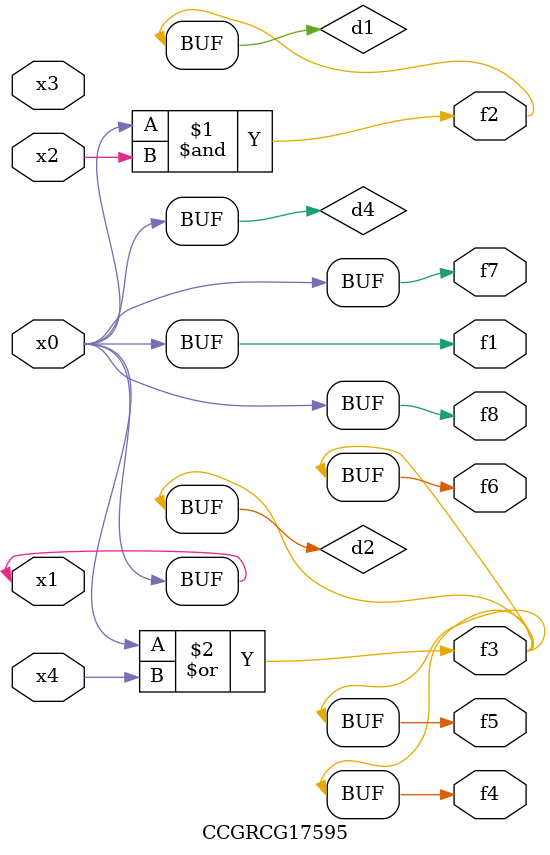
<source format=v>
module CCGRCG17595(
	input x0, x1, x2, x3, x4,
	output f1, f2, f3, f4, f5, f6, f7, f8
);

	wire d1, d2, d3, d4;

	and (d1, x0, x2);
	or (d2, x0, x4);
	nand (d3, x0, x2);
	buf (d4, x0, x1);
	assign f1 = d4;
	assign f2 = d1;
	assign f3 = d2;
	assign f4 = d2;
	assign f5 = d2;
	assign f6 = d2;
	assign f7 = d4;
	assign f8 = d4;
endmodule

</source>
